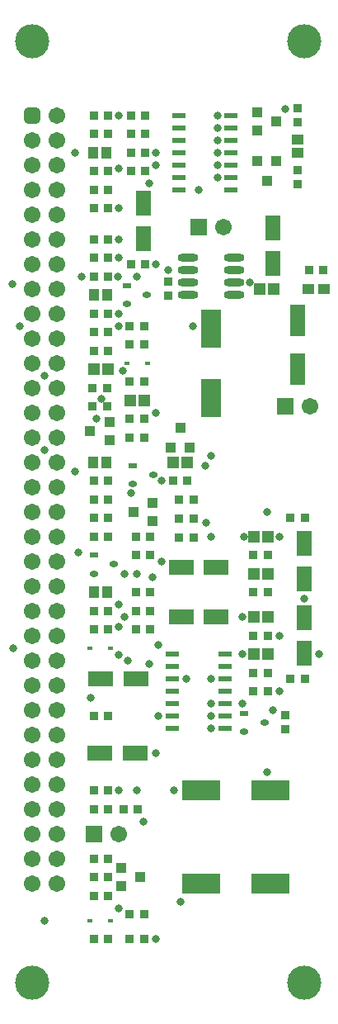
<source format=gts>
G04*
G04 #@! TF.GenerationSoftware,Altium Limited,Altium Designer,26.1.1 (7)*
G04*
G04 Layer_Color=8388736*
%FSLAX44Y44*%
%MOMM*%
G71*
G04*
G04 #@! TF.SameCoordinates,EB2907C1-7D21-4337-B9BB-DC35DB918FC6*
G04*
G04*
G04 #@! TF.FilePolarity,Negative*
G04*
G01*
G75*
%ADD17R,0.9581X0.9121*%
%ADD18R,0.9041X0.6306*%
G04:AMPARAMS|DCode=19|XSize=0.9041mm|YSize=0.6306mm|CornerRadius=0.3153mm|HoleSize=0mm|Usage=FLASHONLY|Rotation=0.000|XOffset=0mm|YOffset=0mm|HoleType=Round|Shape=RoundedRectangle|*
%AMROUNDEDRECTD19*
21,1,0.9041,0.0000,0,0,0.0*
21,1,0.2735,0.6306,0,0,0.0*
1,1,0.6306,0.1368,0.0000*
1,1,0.6306,-0.1368,0.0000*
1,1,0.6306,-0.1368,0.0000*
1,1,0.6306,0.1368,0.0000*
%
%ADD19ROUNDEDRECTD19*%
%ADD20R,1.6000X2.6000*%
%ADD21R,2.6000X1.6000*%
%ADD22R,0.5900X0.4500*%
%ADD23R,4.0000X2.0000*%
%ADD26R,0.9121X0.9581*%
%ADD27R,2.0000X4.0000*%
%ADD28R,1.6000X3.2000*%
%ADD29R,1.1581X1.0121*%
%ADD30R,1.3500X0.6000*%
%ADD32R,1.1532X1.2532*%
%ADD33R,1.0532X1.1532*%
%ADD34R,1.1532X1.0532*%
%ADD35R,1.0032X1.1032*%
%ADD36R,1.1032X1.0032*%
%ADD37O,2.1032X0.8032*%
%ADD38C,3.5052*%
%ADD39C,1.7032*%
%ADD40R,1.7032X1.7032*%
G04:AMPARAMS|DCode=41|XSize=1.7032mm|YSize=1.7032mm|CornerRadius=0.4766mm|HoleSize=0mm|Usage=FLASHONLY|Rotation=270.000|XOffset=0mm|YOffset=0mm|HoleType=Round|Shape=RoundedRectangle|*
%AMROUNDEDRECTD41*
21,1,1.7032,0.7500,0,0,270.0*
21,1,0.7500,1.7032,0,0,270.0*
1,1,0.9532,-0.3750,-0.3750*
1,1,0.9532,-0.3750,0.3750*
1,1,0.9532,0.3750,0.3750*
1,1,0.9532,0.3750,-0.3750*
%
%ADD41ROUNDEDRECTD41*%
%ADD42C,0.8128*%
D17*
X316580Y298450D02*
D03*
X331120D02*
D03*
X293020Y285750D02*
D03*
X278480D02*
D03*
Y304800D02*
D03*
X293020D02*
D03*
X166940Y819150D02*
D03*
X152400D02*
D03*
X278480Y425450D02*
D03*
X293020D02*
D03*
X128840Y368300D02*
D03*
X114300D02*
D03*
Y711200D02*
D03*
X128840D02*
D03*
X152400Y723900D02*
D03*
X166940D02*
D03*
X128840Y857250D02*
D03*
X114300D02*
D03*
X152400Y838200D02*
D03*
X166940D02*
D03*
X128840Y444500D02*
D03*
X114300D02*
D03*
X166020Y641350D02*
D03*
X151480D02*
D03*
X166020Y660400D02*
D03*
X151480D02*
D03*
X114300Y654050D02*
D03*
X128840D02*
D03*
X114300Y635000D02*
D03*
X128840D02*
D03*
X114300Y800100D02*
D03*
X128840D02*
D03*
X210470Y501650D02*
D03*
X195930D02*
D03*
X114300Y673100D02*
D03*
X128840D02*
D03*
X114300Y876300D02*
D03*
X128840D02*
D03*
X316580Y463550D02*
D03*
X331120D02*
D03*
X166020Y546100D02*
D03*
X151480D02*
D03*
X152400Y876300D02*
D03*
X166940D02*
D03*
X114300Y482600D02*
D03*
X128840D02*
D03*
X152400Y857250D02*
D03*
X166940D02*
D03*
X151480Y565150D02*
D03*
X166020D02*
D03*
X202280Y462839D02*
D03*
X216820D02*
D03*
X127920Y596900D02*
D03*
X113380D02*
D03*
X151480Y603250D02*
D03*
X166020D02*
D03*
X113380Y577850D02*
D03*
X127920D02*
D03*
X128840Y501650D02*
D03*
X114300D02*
D03*
Y730250D02*
D03*
X128840D02*
D03*
X114300Y749300D02*
D03*
X128840D02*
D03*
X114300Y819150D02*
D03*
X128840D02*
D03*
X293020Y387350D02*
D03*
X278480D02*
D03*
Y342900D02*
D03*
X293020D02*
D03*
X157830Y349250D02*
D03*
X172370D02*
D03*
X114300D02*
D03*
X128840D02*
D03*
X157830Y368300D02*
D03*
X172370D02*
D03*
X157830Y387350D02*
D03*
X172370D02*
D03*
Y444500D02*
D03*
X157830D02*
D03*
Y425450D02*
D03*
X172370D02*
D03*
X114300Y260350D02*
D03*
X128840D02*
D03*
Y114300D02*
D03*
X114300D02*
D03*
X166020Y31750D02*
D03*
X151480D02*
D03*
X114300D02*
D03*
X128840D02*
D03*
Y463550D02*
D03*
X114300D02*
D03*
X166020Y57150D02*
D03*
X151480D02*
D03*
X202280Y443789D02*
D03*
X216820D02*
D03*
X202280Y482600D02*
D03*
X216820D02*
D03*
X128840Y76200D02*
D03*
X114300D02*
D03*
X128840Y95250D02*
D03*
X114300D02*
D03*
X128840Y781050D02*
D03*
X114300D02*
D03*
X335630Y717550D02*
D03*
X350170D02*
D03*
X128840Y165100D02*
D03*
X114300D02*
D03*
X145130D02*
D03*
X159670D02*
D03*
X128840Y184150D02*
D03*
X114300D02*
D03*
D18*
X268900Y263500D02*
D03*
X114300Y425450D02*
D03*
X148250Y701650D02*
D03*
X154600Y517500D02*
D03*
D19*
X268900Y244500D02*
D03*
X289900Y254000D02*
D03*
X135300Y415950D02*
D03*
X114300Y406450D02*
D03*
X148250Y682650D02*
D03*
X169250Y692150D02*
D03*
X175600Y508000D02*
D03*
X154600Y498500D02*
D03*
D20*
X330200Y324900D02*
D03*
Y360900D02*
D03*
X165100Y786350D02*
D03*
Y750350D02*
D03*
X298450Y760950D02*
D03*
Y724950D02*
D03*
X330200Y401100D02*
D03*
Y437100D02*
D03*
D21*
X156650Y222250D02*
D03*
X120650D02*
D03*
X204250Y412750D02*
D03*
X240250D02*
D03*
X121700Y298450D02*
D03*
X157700D02*
D03*
X204250Y361950D02*
D03*
X240250D02*
D03*
D22*
X148200Y622300D02*
D03*
X169300D02*
D03*
X110100Y50800D02*
D03*
X131200D02*
D03*
X110100Y330200D02*
D03*
X131200D02*
D03*
D23*
X295850Y184150D02*
D03*
X224850D02*
D03*
X295850Y88900D02*
D03*
X224850D02*
D03*
D26*
X323850Y883570D02*
D03*
Y869030D02*
D03*
Y805530D02*
D03*
Y820070D02*
D03*
X311150Y261270D02*
D03*
Y246730D02*
D03*
X190500Y705770D02*
D03*
Y691230D02*
D03*
D27*
X234950Y657800D02*
D03*
Y586800D02*
D03*
D28*
X323850Y666350D02*
D03*
Y616350D02*
D03*
D29*
X351170Y698500D02*
D03*
X334630D02*
D03*
D30*
X249000Y247650D02*
D03*
Y260350D02*
D03*
Y273050D02*
D03*
Y285750D02*
D03*
Y298450D02*
D03*
Y311150D02*
D03*
Y323850D02*
D03*
X195500D02*
D03*
Y311150D02*
D03*
Y298450D02*
D03*
Y285750D02*
D03*
Y273050D02*
D03*
Y260350D02*
D03*
Y247650D02*
D03*
X255350Y800100D02*
D03*
Y812800D02*
D03*
Y825500D02*
D03*
Y838200D02*
D03*
Y850900D02*
D03*
Y863600D02*
D03*
Y876300D02*
D03*
X201850D02*
D03*
Y863600D02*
D03*
Y850900D02*
D03*
Y838200D02*
D03*
Y825500D02*
D03*
Y812800D02*
D03*
Y800100D02*
D03*
D32*
X293000Y323850D02*
D03*
X278500D02*
D03*
X195950Y520700D02*
D03*
X210450D02*
D03*
X128800Y615950D02*
D03*
X114300D02*
D03*
X278500Y406400D02*
D03*
X293000D02*
D03*
X166000Y584200D02*
D03*
X151500D02*
D03*
X293000Y444500D02*
D03*
X278500D02*
D03*
X293000Y361950D02*
D03*
X278500D02*
D03*
X284850Y698500D02*
D03*
X299350D02*
D03*
D33*
X127400Y838200D02*
D03*
X113900D02*
D03*
X127800Y692150D02*
D03*
X114300D02*
D03*
X127800Y387350D02*
D03*
X114300D02*
D03*
X127400Y520700D02*
D03*
X113900D02*
D03*
D34*
X323850Y837800D02*
D03*
Y851300D02*
D03*
D35*
X203200Y556100D02*
D03*
X212700Y536100D02*
D03*
X193700D02*
D03*
X301600Y829150D02*
D03*
X282600D02*
D03*
X292100Y809150D02*
D03*
D36*
X282100Y879450D02*
D03*
Y860450D02*
D03*
X302100Y869950D02*
D03*
X110650Y552450D02*
D03*
X130650Y561950D02*
D03*
Y542950D02*
D03*
X155100Y469900D02*
D03*
X175100Y479400D02*
D03*
Y460400D02*
D03*
X142400Y104750D02*
D03*
Y85750D02*
D03*
X162400Y95250D02*
D03*
D37*
X258450Y692150D02*
D03*
Y704850D02*
D03*
Y717550D02*
D03*
Y730250D02*
D03*
X211450Y692150D02*
D03*
Y704850D02*
D03*
Y717550D02*
D03*
Y730250D02*
D03*
D38*
X330200Y952500D02*
D03*
X50800D02*
D03*
X330200Y-12700D02*
D03*
X50800D02*
D03*
D39*
X139700Y139700D02*
D03*
X76200Y88900D02*
D03*
Y114300D02*
D03*
Y139700D02*
D03*
Y165100D02*
D03*
Y190500D02*
D03*
Y215900D02*
D03*
Y241300D02*
D03*
Y266700D02*
D03*
Y292100D02*
D03*
Y317500D02*
D03*
Y342900D02*
D03*
X50800Y88900D02*
D03*
Y114300D02*
D03*
Y139700D02*
D03*
Y165100D02*
D03*
Y190500D02*
D03*
Y215900D02*
D03*
Y241300D02*
D03*
Y266700D02*
D03*
Y292100D02*
D03*
Y317500D02*
D03*
Y342900D02*
D03*
X76200Y368300D02*
D03*
Y393700D02*
D03*
X50800Y368300D02*
D03*
Y393700D02*
D03*
X76200Y469900D02*
D03*
X50800D02*
D03*
X76200Y495300D02*
D03*
X50800D02*
D03*
X76200Y546100D02*
D03*
X50800D02*
D03*
X76200Y673100D02*
D03*
X50800D02*
D03*
X76200Y723900D02*
D03*
X50800D02*
D03*
X76200Y774700D02*
D03*
X50800D02*
D03*
X76200Y825500D02*
D03*
X50800D02*
D03*
X76200Y850900D02*
D03*
X50800D02*
D03*
X76200Y876300D02*
D03*
X50800Y800100D02*
D03*
X76200D02*
D03*
X50800Y749300D02*
D03*
X76200D02*
D03*
X50800Y698500D02*
D03*
X76200D02*
D03*
X50800Y647700D02*
D03*
X76200D02*
D03*
X50800Y622300D02*
D03*
X76200D02*
D03*
X50800Y596900D02*
D03*
X76200D02*
D03*
X50800Y571500D02*
D03*
X76200D02*
D03*
X50800Y520700D02*
D03*
X76200D02*
D03*
X50800Y444500D02*
D03*
Y419100D02*
D03*
X76200Y444500D02*
D03*
Y419100D02*
D03*
X247650Y762000D02*
D03*
X336550Y577850D02*
D03*
D40*
X114300Y139700D02*
D03*
X222250Y762000D02*
D03*
X311150Y577850D02*
D03*
D41*
X50800Y876300D02*
D03*
D42*
X117475Y565150D02*
D03*
X190500Y717550D02*
D03*
X139700Y781050D02*
D03*
Y822325D02*
D03*
X177800Y825500D02*
D03*
X228600Y517525D02*
D03*
X101600Y711200D02*
D03*
X95250Y511175D02*
D03*
X174625Y403225D02*
D03*
X98425Y428625D02*
D03*
X139700Y352425D02*
D03*
X146050Y361950D02*
D03*
X180975Y333375D02*
D03*
Y260350D02*
D03*
X346075Y323850D02*
D03*
X139700Y374650D02*
D03*
X171450Y314325D02*
D03*
X111125Y279400D02*
D03*
X139700Y323450D02*
D03*
X149225Y317500D02*
D03*
X139700Y63500D02*
D03*
X63500Y50800D02*
D03*
X31750Y330200D02*
D03*
X38100Y660400D02*
D03*
X241300Y825500D02*
D03*
X268750Y444500D02*
D03*
X177800Y222250D02*
D03*
X292100Y203200D02*
D03*
X165100Y152400D02*
D03*
X158750Y406400D02*
D03*
X177800Y31750D02*
D03*
X203200Y69850D02*
D03*
X184150Y501650D02*
D03*
X122702Y585681D02*
D03*
X95250Y838200D02*
D03*
X139700Y660400D02*
D03*
X177800Y571500D02*
D03*
Y838200D02*
D03*
X234950Y444500D02*
D03*
X266700Y273050D02*
D03*
X305200Y444500D02*
D03*
X234950Y527050D02*
D03*
X241300Y838200D02*
D03*
X275100Y704850D02*
D03*
X311150Y882650D02*
D03*
X209550Y298450D02*
D03*
X305200Y342900D02*
D03*
X139700Y730250D02*
D03*
X234950Y298450D02*
D03*
X241300Y850900D02*
D03*
X139470Y711200D02*
D03*
X139700Y876300D02*
D03*
X30480Y703580D02*
D03*
X177800Y723900D02*
D03*
X241300Y876300D02*
D03*
X196850Y184150D02*
D03*
X158750D02*
D03*
X298450Y266700D02*
D03*
X184150Y419100D02*
D03*
X139700Y184150D02*
D03*
X304800Y285750D02*
D03*
X144250Y614300D02*
D03*
X139700Y749300D02*
D03*
X266700Y361950D02*
D03*
X234950Y247650D02*
D03*
X146050Y406400D02*
D03*
X234950Y260350D02*
D03*
X63500Y533400D02*
D03*
X266700Y323850D02*
D03*
X241300Y863600D02*
D03*
X171450Y806450D02*
D03*
X222250Y800100D02*
D03*
X158750Y711200D02*
D03*
X241300Y812800D02*
D03*
X63500Y609600D02*
D03*
X152400Y488950D02*
D03*
X139700Y673100D02*
D03*
X234950Y273050D02*
D03*
X330200Y381000D02*
D03*
X230101Y458701D02*
D03*
X292100Y469900D02*
D03*
X215900Y660400D02*
D03*
M02*

</source>
